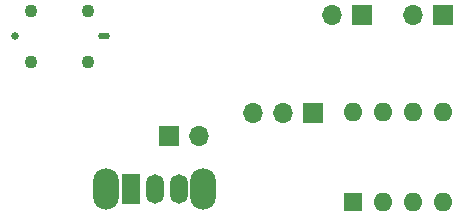
<source format=gbr>
%TF.GenerationSoftware,KiCad,Pcbnew,7.0.11-2.fc38*%
%TF.CreationDate,2024-04-24T16:28:20+02:00*%
%TF.ProjectId,lr_40,6c725f34-302e-46b6-9963-61645f706362,rev?*%
%TF.SameCoordinates,Original*%
%TF.FileFunction,Soldermask,Bot*%
%TF.FilePolarity,Negative*%
%FSLAX46Y46*%
G04 Gerber Fmt 4.6, Leading zero omitted, Abs format (unit mm)*
G04 Created by KiCad (PCBNEW 7.0.11-2.fc38) date 2024-04-24 16:28:20*
%MOMM*%
%LPD*%
G01*
G04 APERTURE LIST*
%ADD10R,1.700000X1.700000*%
%ADD11O,1.700000X1.700000*%
%ADD12O,2.200000X3.500000*%
%ADD13R,1.500000X2.500000*%
%ADD14O,1.500000X2.500000*%
%ADD15R,1.600000X1.600000*%
%ADD16O,1.600000X1.600000*%
%ADD17C,0.660000*%
%ADD18O,1.000000X0.580000*%
%ADD19C,1.100000*%
G04 APERTURE END LIST*
D10*
%TO.C,SW3*%
X96080000Y-60100000D03*
D11*
X93540000Y-60100000D03*
X91000000Y-60100000D03*
%TD*%
D12*
%TO.C,SW1*%
X78600000Y-66600000D03*
X86800000Y-66600000D03*
D13*
X80700000Y-66600000D03*
D14*
X82700000Y-66600000D03*
X84700000Y-66600000D03*
%TD*%
D10*
%TO.C,SW2*%
X107100000Y-51800000D03*
D11*
X104560000Y-51800000D03*
%TD*%
D10*
%TO.C,D1*%
X100200000Y-51825000D03*
D11*
X97660000Y-51825000D03*
%TD*%
D15*
%TO.C,U2*%
X99500000Y-67700000D03*
D16*
X102040000Y-67700000D03*
X104580000Y-67700000D03*
X107120000Y-67700000D03*
X107120000Y-60080000D03*
X104580000Y-60080000D03*
X102040000Y-60080000D03*
X99500000Y-60080000D03*
%TD*%
D10*
%TO.C,J1*%
X83850000Y-62075000D03*
D11*
X86390000Y-62075000D03*
%TD*%
D17*
%TO.C,J3*%
X70850000Y-53650000D03*
D18*
X78350000Y-53650000D03*
D19*
X72200000Y-51500000D03*
X72200000Y-55800000D03*
X77000000Y-51500000D03*
X77000000Y-55800000D03*
%TD*%
M02*

</source>
